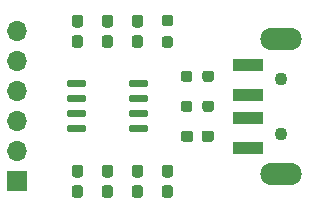
<source format=gbr>
%TF.GenerationSoftware,KiCad,Pcbnew,(5.1.8-0-10_14)*%
%TF.CreationDate,2020-12-28T00:44:22+08:00*%
%TF.ProjectId,HT42B534USB2UART,48543432-4235-4333-9455-534232554152,rev?*%
%TF.SameCoordinates,Original*%
%TF.FileFunction,Soldermask,Top*%
%TF.FilePolarity,Negative*%
%FSLAX46Y46*%
G04 Gerber Fmt 4.6, Leading zero omitted, Abs format (unit mm)*
G04 Created by KiCad (PCBNEW (5.1.8-0-10_14)) date 2020-12-28 00:44:22*
%MOMM*%
%LPD*%
G01*
G04 APERTURE LIST*
%ADD10C,1.100000*%
%ADD11O,3.500000X1.900000*%
%ADD12R,2.500000X1.100000*%
%ADD13O,1.700000X1.700000*%
%ADD14R,1.700000X1.700000*%
G04 APERTURE END LIST*
D10*
%TO.C,J1*%
X93430000Y-92470000D03*
X93430000Y-87870000D03*
D11*
X93430000Y-95870000D03*
X93430000Y-84470000D03*
D12*
X90680000Y-93670000D03*
X90680000Y-86670000D03*
X90680000Y-91170000D03*
X90680000Y-89170000D03*
%TD*%
%TO.C,C7*%
G36*
G01*
X78502500Y-96845000D02*
X78977500Y-96845000D01*
G75*
G02*
X79215000Y-97082500I0J-237500D01*
G01*
X79215000Y-97682500D01*
G75*
G02*
X78977500Y-97920000I-237500J0D01*
G01*
X78502500Y-97920000D01*
G75*
G02*
X78265000Y-97682500I0J237500D01*
G01*
X78265000Y-97082500D01*
G75*
G02*
X78502500Y-96845000I237500J0D01*
G01*
G37*
G36*
G01*
X78502500Y-95120000D02*
X78977500Y-95120000D01*
G75*
G02*
X79215000Y-95357500I0J-237500D01*
G01*
X79215000Y-95957500D01*
G75*
G02*
X78977500Y-96195000I-237500J0D01*
G01*
X78502500Y-96195000D01*
G75*
G02*
X78265000Y-95957500I0J237500D01*
G01*
X78265000Y-95357500D01*
G75*
G02*
X78502500Y-95120000I237500J0D01*
G01*
G37*
%TD*%
%TO.C,U1*%
G36*
G01*
X80540000Y-88415000D02*
X80540000Y-88115000D01*
G75*
G02*
X80690000Y-87965000I150000J0D01*
G01*
X82040000Y-87965000D01*
G75*
G02*
X82190000Y-88115000I0J-150000D01*
G01*
X82190000Y-88415000D01*
G75*
G02*
X82040000Y-88565000I-150000J0D01*
G01*
X80690000Y-88565000D01*
G75*
G02*
X80540000Y-88415000I0J150000D01*
G01*
G37*
G36*
G01*
X80540000Y-89685000D02*
X80540000Y-89385000D01*
G75*
G02*
X80690000Y-89235000I150000J0D01*
G01*
X82040000Y-89235000D01*
G75*
G02*
X82190000Y-89385000I0J-150000D01*
G01*
X82190000Y-89685000D01*
G75*
G02*
X82040000Y-89835000I-150000J0D01*
G01*
X80690000Y-89835000D01*
G75*
G02*
X80540000Y-89685000I0J150000D01*
G01*
G37*
G36*
G01*
X80540000Y-90955000D02*
X80540000Y-90655000D01*
G75*
G02*
X80690000Y-90505000I150000J0D01*
G01*
X82040000Y-90505000D01*
G75*
G02*
X82190000Y-90655000I0J-150000D01*
G01*
X82190000Y-90955000D01*
G75*
G02*
X82040000Y-91105000I-150000J0D01*
G01*
X80690000Y-91105000D01*
G75*
G02*
X80540000Y-90955000I0J150000D01*
G01*
G37*
G36*
G01*
X80540000Y-92225000D02*
X80540000Y-91925000D01*
G75*
G02*
X80690000Y-91775000I150000J0D01*
G01*
X82040000Y-91775000D01*
G75*
G02*
X82190000Y-91925000I0J-150000D01*
G01*
X82190000Y-92225000D01*
G75*
G02*
X82040000Y-92375000I-150000J0D01*
G01*
X80690000Y-92375000D01*
G75*
G02*
X80540000Y-92225000I0J150000D01*
G01*
G37*
G36*
G01*
X75290000Y-92225000D02*
X75290000Y-91925000D01*
G75*
G02*
X75440000Y-91775000I150000J0D01*
G01*
X76790000Y-91775000D01*
G75*
G02*
X76940000Y-91925000I0J-150000D01*
G01*
X76940000Y-92225000D01*
G75*
G02*
X76790000Y-92375000I-150000J0D01*
G01*
X75440000Y-92375000D01*
G75*
G02*
X75290000Y-92225000I0J150000D01*
G01*
G37*
G36*
G01*
X75290000Y-90955000D02*
X75290000Y-90655000D01*
G75*
G02*
X75440000Y-90505000I150000J0D01*
G01*
X76790000Y-90505000D01*
G75*
G02*
X76940000Y-90655000I0J-150000D01*
G01*
X76940000Y-90955000D01*
G75*
G02*
X76790000Y-91105000I-150000J0D01*
G01*
X75440000Y-91105000D01*
G75*
G02*
X75290000Y-90955000I0J150000D01*
G01*
G37*
G36*
G01*
X75290000Y-89685000D02*
X75290000Y-89385000D01*
G75*
G02*
X75440000Y-89235000I150000J0D01*
G01*
X76790000Y-89235000D01*
G75*
G02*
X76940000Y-89385000I0J-150000D01*
G01*
X76940000Y-89685000D01*
G75*
G02*
X76790000Y-89835000I-150000J0D01*
G01*
X75440000Y-89835000D01*
G75*
G02*
X75290000Y-89685000I0J150000D01*
G01*
G37*
G36*
G01*
X75290000Y-88415000D02*
X75290000Y-88115000D01*
G75*
G02*
X75440000Y-87965000I150000J0D01*
G01*
X76790000Y-87965000D01*
G75*
G02*
X76940000Y-88115000I0J-150000D01*
G01*
X76940000Y-88415000D01*
G75*
G02*
X76790000Y-88565000I-150000J0D01*
G01*
X75440000Y-88565000D01*
G75*
G02*
X75290000Y-88415000I0J150000D01*
G01*
G37*
%TD*%
%TO.C,R3*%
G36*
G01*
X83582500Y-84245000D02*
X84057500Y-84245000D01*
G75*
G02*
X84295000Y-84482500I0J-237500D01*
G01*
X84295000Y-84982500D01*
G75*
G02*
X84057500Y-85220000I-237500J0D01*
G01*
X83582500Y-85220000D01*
G75*
G02*
X83345000Y-84982500I0J237500D01*
G01*
X83345000Y-84482500D01*
G75*
G02*
X83582500Y-84245000I237500J0D01*
G01*
G37*
G36*
G01*
X83582500Y-82420000D02*
X84057500Y-82420000D01*
G75*
G02*
X84295000Y-82657500I0J-237500D01*
G01*
X84295000Y-83157500D01*
G75*
G02*
X84057500Y-83395000I-237500J0D01*
G01*
X83582500Y-83395000D01*
G75*
G02*
X83345000Y-83157500I0J237500D01*
G01*
X83345000Y-82657500D01*
G75*
G02*
X83582500Y-82420000I237500J0D01*
G01*
G37*
%TD*%
%TO.C,R2*%
G36*
G01*
X86785000Y-90407500D02*
X86785000Y-89932500D01*
G75*
G02*
X87022500Y-89695000I237500J0D01*
G01*
X87522500Y-89695000D01*
G75*
G02*
X87760000Y-89932500I0J-237500D01*
G01*
X87760000Y-90407500D01*
G75*
G02*
X87522500Y-90645000I-237500J0D01*
G01*
X87022500Y-90645000D01*
G75*
G02*
X86785000Y-90407500I0J237500D01*
G01*
G37*
G36*
G01*
X84960000Y-90407500D02*
X84960000Y-89932500D01*
G75*
G02*
X85197500Y-89695000I237500J0D01*
G01*
X85697500Y-89695000D01*
G75*
G02*
X85935000Y-89932500I0J-237500D01*
G01*
X85935000Y-90407500D01*
G75*
G02*
X85697500Y-90645000I-237500J0D01*
G01*
X85197500Y-90645000D01*
G75*
G02*
X84960000Y-90407500I0J237500D01*
G01*
G37*
%TD*%
%TO.C,R1*%
G36*
G01*
X86785000Y-87867500D02*
X86785000Y-87392500D01*
G75*
G02*
X87022500Y-87155000I237500J0D01*
G01*
X87522500Y-87155000D01*
G75*
G02*
X87760000Y-87392500I0J-237500D01*
G01*
X87760000Y-87867500D01*
G75*
G02*
X87522500Y-88105000I-237500J0D01*
G01*
X87022500Y-88105000D01*
G75*
G02*
X86785000Y-87867500I0J237500D01*
G01*
G37*
G36*
G01*
X84960000Y-87867500D02*
X84960000Y-87392500D01*
G75*
G02*
X85197500Y-87155000I237500J0D01*
G01*
X85697500Y-87155000D01*
G75*
G02*
X85935000Y-87392500I0J-237500D01*
G01*
X85935000Y-87867500D01*
G75*
G02*
X85697500Y-88105000I-237500J0D01*
G01*
X85197500Y-88105000D01*
G75*
G02*
X84960000Y-87867500I0J237500D01*
G01*
G37*
%TD*%
D13*
%TO.C,J2*%
X71120000Y-83820000D03*
X71120000Y-86360000D03*
X71120000Y-88900000D03*
X71120000Y-91440000D03*
X71120000Y-93980000D03*
D14*
X71120000Y-96520000D03*
%TD*%
%TO.C,D1*%
G36*
G01*
X86010000Y-92472500D02*
X86010000Y-92947500D01*
G75*
G02*
X85772500Y-93185000I-237500J0D01*
G01*
X85197500Y-93185000D01*
G75*
G02*
X84960000Y-92947500I0J237500D01*
G01*
X84960000Y-92472500D01*
G75*
G02*
X85197500Y-92235000I237500J0D01*
G01*
X85772500Y-92235000D01*
G75*
G02*
X86010000Y-92472500I0J-237500D01*
G01*
G37*
G36*
G01*
X87760000Y-92472500D02*
X87760000Y-92947500D01*
G75*
G02*
X87522500Y-93185000I-237500J0D01*
G01*
X86947500Y-93185000D01*
G75*
G02*
X86710000Y-92947500I0J237500D01*
G01*
X86710000Y-92472500D01*
G75*
G02*
X86947500Y-92235000I237500J0D01*
G01*
X87522500Y-92235000D01*
G75*
G02*
X87760000Y-92472500I0J-237500D01*
G01*
G37*
%TD*%
%TO.C,C6*%
G36*
G01*
X81042500Y-96845000D02*
X81517500Y-96845000D01*
G75*
G02*
X81755000Y-97082500I0J-237500D01*
G01*
X81755000Y-97682500D01*
G75*
G02*
X81517500Y-97920000I-237500J0D01*
G01*
X81042500Y-97920000D01*
G75*
G02*
X80805000Y-97682500I0J237500D01*
G01*
X80805000Y-97082500D01*
G75*
G02*
X81042500Y-96845000I237500J0D01*
G01*
G37*
G36*
G01*
X81042500Y-95120000D02*
X81517500Y-95120000D01*
G75*
G02*
X81755000Y-95357500I0J-237500D01*
G01*
X81755000Y-95957500D01*
G75*
G02*
X81517500Y-96195000I-237500J0D01*
G01*
X81042500Y-96195000D01*
G75*
G02*
X80805000Y-95957500I0J237500D01*
G01*
X80805000Y-95357500D01*
G75*
G02*
X81042500Y-95120000I237500J0D01*
G01*
G37*
%TD*%
%TO.C,C5*%
G36*
G01*
X78502500Y-84145000D02*
X78977500Y-84145000D01*
G75*
G02*
X79215000Y-84382500I0J-237500D01*
G01*
X79215000Y-84982500D01*
G75*
G02*
X78977500Y-85220000I-237500J0D01*
G01*
X78502500Y-85220000D01*
G75*
G02*
X78265000Y-84982500I0J237500D01*
G01*
X78265000Y-84382500D01*
G75*
G02*
X78502500Y-84145000I237500J0D01*
G01*
G37*
G36*
G01*
X78502500Y-82420000D02*
X78977500Y-82420000D01*
G75*
G02*
X79215000Y-82657500I0J-237500D01*
G01*
X79215000Y-83257500D01*
G75*
G02*
X78977500Y-83495000I-237500J0D01*
G01*
X78502500Y-83495000D01*
G75*
G02*
X78265000Y-83257500I0J237500D01*
G01*
X78265000Y-82657500D01*
G75*
G02*
X78502500Y-82420000I237500J0D01*
G01*
G37*
%TD*%
%TO.C,C4*%
G36*
G01*
X75962500Y-84145000D02*
X76437500Y-84145000D01*
G75*
G02*
X76675000Y-84382500I0J-237500D01*
G01*
X76675000Y-84982500D01*
G75*
G02*
X76437500Y-85220000I-237500J0D01*
G01*
X75962500Y-85220000D01*
G75*
G02*
X75725000Y-84982500I0J237500D01*
G01*
X75725000Y-84382500D01*
G75*
G02*
X75962500Y-84145000I237500J0D01*
G01*
G37*
G36*
G01*
X75962500Y-82420000D02*
X76437500Y-82420000D01*
G75*
G02*
X76675000Y-82657500I0J-237500D01*
G01*
X76675000Y-83257500D01*
G75*
G02*
X76437500Y-83495000I-237500J0D01*
G01*
X75962500Y-83495000D01*
G75*
G02*
X75725000Y-83257500I0J237500D01*
G01*
X75725000Y-82657500D01*
G75*
G02*
X75962500Y-82420000I237500J0D01*
G01*
G37*
%TD*%
%TO.C,C3*%
G36*
G01*
X83582500Y-96845000D02*
X84057500Y-96845000D01*
G75*
G02*
X84295000Y-97082500I0J-237500D01*
G01*
X84295000Y-97682500D01*
G75*
G02*
X84057500Y-97920000I-237500J0D01*
G01*
X83582500Y-97920000D01*
G75*
G02*
X83345000Y-97682500I0J237500D01*
G01*
X83345000Y-97082500D01*
G75*
G02*
X83582500Y-96845000I237500J0D01*
G01*
G37*
G36*
G01*
X83582500Y-95120000D02*
X84057500Y-95120000D01*
G75*
G02*
X84295000Y-95357500I0J-237500D01*
G01*
X84295000Y-95957500D01*
G75*
G02*
X84057500Y-96195000I-237500J0D01*
G01*
X83582500Y-96195000D01*
G75*
G02*
X83345000Y-95957500I0J237500D01*
G01*
X83345000Y-95357500D01*
G75*
G02*
X83582500Y-95120000I237500J0D01*
G01*
G37*
%TD*%
%TO.C,C2*%
G36*
G01*
X81042500Y-84145000D02*
X81517500Y-84145000D01*
G75*
G02*
X81755000Y-84382500I0J-237500D01*
G01*
X81755000Y-84982500D01*
G75*
G02*
X81517500Y-85220000I-237500J0D01*
G01*
X81042500Y-85220000D01*
G75*
G02*
X80805000Y-84982500I0J237500D01*
G01*
X80805000Y-84382500D01*
G75*
G02*
X81042500Y-84145000I237500J0D01*
G01*
G37*
G36*
G01*
X81042500Y-82420000D02*
X81517500Y-82420000D01*
G75*
G02*
X81755000Y-82657500I0J-237500D01*
G01*
X81755000Y-83257500D01*
G75*
G02*
X81517500Y-83495000I-237500J0D01*
G01*
X81042500Y-83495000D01*
G75*
G02*
X80805000Y-83257500I0J237500D01*
G01*
X80805000Y-82657500D01*
G75*
G02*
X81042500Y-82420000I237500J0D01*
G01*
G37*
%TD*%
%TO.C,C1*%
G36*
G01*
X75962500Y-96845000D02*
X76437500Y-96845000D01*
G75*
G02*
X76675000Y-97082500I0J-237500D01*
G01*
X76675000Y-97682500D01*
G75*
G02*
X76437500Y-97920000I-237500J0D01*
G01*
X75962500Y-97920000D01*
G75*
G02*
X75725000Y-97682500I0J237500D01*
G01*
X75725000Y-97082500D01*
G75*
G02*
X75962500Y-96845000I237500J0D01*
G01*
G37*
G36*
G01*
X75962500Y-95120000D02*
X76437500Y-95120000D01*
G75*
G02*
X76675000Y-95357500I0J-237500D01*
G01*
X76675000Y-95957500D01*
G75*
G02*
X76437500Y-96195000I-237500J0D01*
G01*
X75962500Y-96195000D01*
G75*
G02*
X75725000Y-95957500I0J237500D01*
G01*
X75725000Y-95357500D01*
G75*
G02*
X75962500Y-95120000I237500J0D01*
G01*
G37*
%TD*%
M02*

</source>
